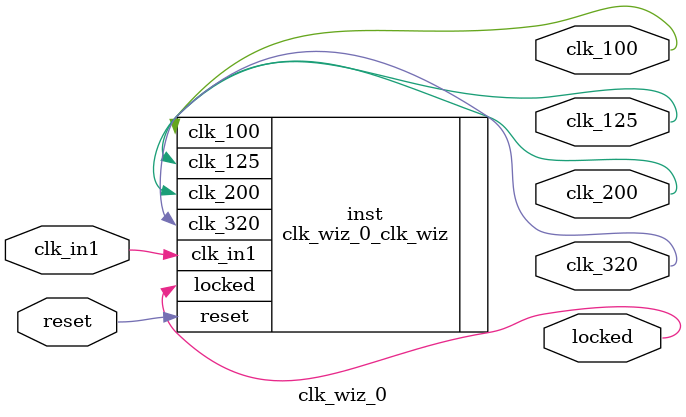
<source format=v>


`timescale 1ps/1ps

(* CORE_GENERATION_INFO = "clk_wiz_0,clk_wiz_v5_4_0_0,{component_name=clk_wiz_0,use_phase_alignment=true,use_min_o_jitter=false,use_max_i_jitter=false,use_dyn_phase_shift=false,use_inclk_switchover=false,use_dyn_reconfig=false,enable_axi=0,feedback_source=FDBK_AUTO,PRIMITIVE=MMCM,num_out_clk=4,clkin1_period=5.000,clkin2_period=10.0,use_power_down=false,use_reset=true,use_locked=true,use_inclk_stopped=false,feedback_type=SINGLE,CLOCK_MGR_TYPE=NA,manual_override=false}" *)

module clk_wiz_0 
 (
  // Clock out ports
  output        clk_320,
  output        clk_200,
  output        clk_125,
  output        clk_100,
  // Status and control signals
  input         reset,
  output        locked,
 // Clock in ports
  input         clk_in1
 );

  clk_wiz_0_clk_wiz inst
  (
  // Clock out ports  
  .clk_320(clk_320),
  .clk_200(clk_200),
  .clk_125(clk_125),
  .clk_100(clk_100),
  // Status and control signals               
  .reset(reset), 
  .locked(locked),
 // Clock in ports
  .clk_in1(clk_in1)
  );

endmodule

</source>
